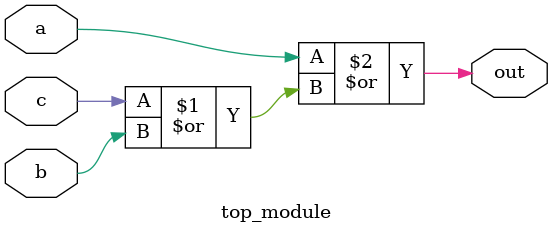
<source format=v>
module top_module(
    input a,
    input b,
    input c,
    output out  ); 
    assign out = a | (c |b);
endmodule

</source>
